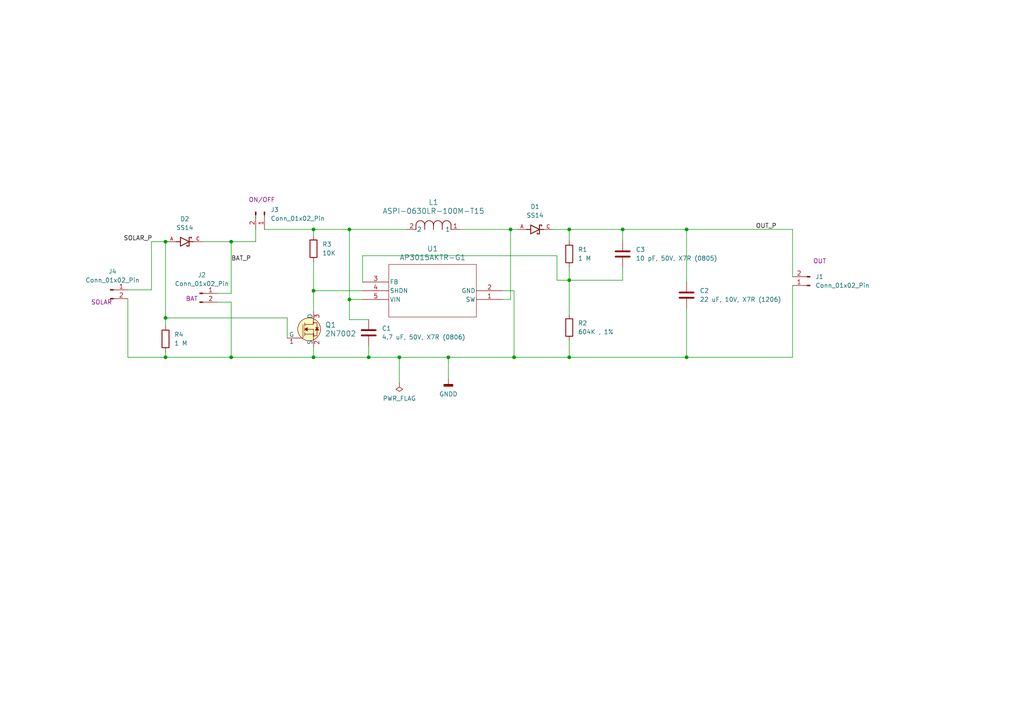
<source format=kicad_sch>
(kicad_sch (version 20231120) (generator "eeschema") (generator_version "8.0")
  (paper "A4")
  (title_block (title "Tiny Solar Supply") (date "2025-06-18") (rev "1.0") (company "Ved Namjoshi"))
  (lib_symbols
    (symbol "Connector:Conn_01x02_Pin" (pin_names (offset 1.016) hide)
      (property "Reference" "J" (at 0 2.54 0))
      (property "Value" "Conn_01x02_Pin" (at 0 -5.08 0))
      (symbol "Conn_01x02_Pin_1_1"
        (polyline (pts (xy 1.27 -2.54) (xy 0.8636 -2.54)) (stroke (width 0.1524)))
        (polyline (pts (xy 1.27 0) (xy 0.8636 0)) (stroke (width 0.1524)))
        (rectangle (start 0.8636 -2.413) (end 0 -2.667) (stroke (width 0.1524)) (fill (type outline)))
        (rectangle (start 0.8636 0.127) (end 0 -0.127) (stroke (width 0.1524)) (fill (type outline)))
        (pin passive line (at 5.08 0 180) (length 3.81) (name "Pin_1") (number "1"))
        (pin passive line (at 5.08 -2.54 180) (length 3.81) (name "Pin_2") (number "2"))
      )
    )
    (symbol "Device:C" (pin_numbers hide) (pin_names (offset 0.254))
      (property "Reference" "C" (at 0.635 2.54 0))
      (property "Value" "C" (at 0.635 -2.54 0))
      (symbol "C_0_1"
        (polyline (pts (xy -2.032 -0.762) (xy 2.032 -0.762)) (stroke (width 0.508)))
        (polyline (pts (xy -2.032 0.762) (xy 2.032 0.762)) (stroke (width 0.508)))
      )
      (symbol "C_1_1"
        (pin passive line (at 0 3.81 270) (length 2.794) (name "~") (number "1"))
        (pin passive line (at 0 -3.81 90) (length 2.794) (name "~") (number "2"))
      )
    )
    (symbol "Device:R" (pin_numbers hide) (pin_names (offset 0))
      (property "Reference" "R" (at 2.032 0 90))
      (property "Value" "R" (at 0 0 90))
      (symbol "R_0_1"
        (rectangle (start -1.016 -2.54) (end 1.016 2.54) (stroke (width 0.254)))
      )
      (symbol "R_1_1"
        (pin passive line (at 0 3.81 270) (length 1.27) (name "~") (number "1"))
        (pin passive line (at 0 -3.81 90) (length 1.27) (name "~") (number "2"))
      )
    )
    (symbol "SS14:SS14" (pin_names (offset 1.016))
      (property "Reference" "D" (at -5.08 2.54 0))
      (property "Value" "SS14" (at -5.08 -3.81 0))
      (symbol "SS14_0_0"
        (polyline (pts (xy -2.54 0) (xy -1.27 0)) (stroke (width 0.254)))
        (polyline (pts (xy -1.27 -1.27) (xy 1.27 0)) (stroke (width 0.254)))
        (polyline (pts (xy -1.27 0) (xy -1.27 -1.27)) (stroke (width 0.254)))
        (polyline (pts (xy -1.27 1.27) (xy -1.27 0)) (stroke (width 0.254)))
        (polyline (pts (xy 0.635 -1.016) (xy 0.635 -1.27)) (stroke (width 0.254)))
        (polyline (pts (xy 1.27 -1.27) (xy 0.635 -1.27)) (stroke (width 0.254)))
        (polyline (pts (xy 1.27 0) (xy -1.27 1.27)) (stroke (width 0.254)))
        (polyline (pts (xy 1.27 0) (xy 1.27 -1.27)) (stroke (width 0.254)))
        (polyline (pts (xy 1.27 1.27) (xy 1.27 0)) (stroke (width 0.254)))
        (polyline (pts (xy 1.905 1.27) (xy 1.27 1.27)) (stroke (width 0.254)))
        (polyline (pts (xy 1.905 1.27) (xy 1.905 1.016)) (stroke (width 0.254)))
        (polyline (pts (xy 2.54 0) (xy 1.27 0)) (stroke (width 0.254)))
        (pin passive line (at -5.08 0 0) (length 2.54) (name "~") (number "A"))
        (pin passive line (at 5.08 0 180) (length 2.54) (name "~") (number "C"))
      )
    )
    (symbol "aspi:ASPI-0630LR-100M-T15" (pin_names (offset 0.254))
      (property "Reference" "L" (at 6.985 5.08 0))
      (property "Value" "ASPI-0630LR-100M-T15" (at 6.985 -2.54 0))
      (symbol "ASPI-0630LR-100M-T15_1_1"
        (polyline (pts (xy 2.54 0) (xy 2.54 1.27)) (stroke (width 0.2032)))
        (polyline (pts (xy 5.08 0) (xy 5.08 1.27)) (stroke (width 0.2032)))
        (polyline (pts (xy 7.62 0) (xy 7.62 1.27)) (stroke (width 0.2032)))
        (polyline (pts (xy 10.16 0) (xy 10.16 1.27)) (stroke (width 0.2032)))
        (polyline (pts (xy 12.7 0) (xy 12.7 1.27)) (stroke (width 0.2032)))
        (arc (start 5.08 1.27) (mid 3.81 2.5344) (end 2.54 1.27) (stroke (width 0.2032)))
        (arc (start 7.62 1.27) (mid 6.35 2.5344) (end 5.08 1.27) (stroke (width 0.2032)))
        (arc (start 10.16 1.27) (mid 8.89 2.5344) (end 7.62 1.27) (stroke (width 0.2032)))
        (arc (start 12.7 1.27) (mid 11.43 2.5344) (end 10.16 1.27) (stroke (width 0.2032)))
        (pin unspecified line (at 15.24 0 180) (length 2.54) (name "1") (number "1"))
        (pin unspecified line (at 0 0 0) (length 2.54) (name "2") (number "2"))
      )
      (symbol "ASPI-0630LR-100M-T15_1_2"
        (arc (start -1.27 5.08) (mid -2.5344 3.81) (end -1.27 2.54) (stroke (width 0.2032)))
        (arc (start -1.27 7.62) (mid -2.5344 6.35) (end -1.27 5.08) (stroke (width 0.2032)))
        (arc (start -1.27 10.16) (mid -2.5344 8.89) (end -1.27 7.62) (stroke (width 0.2032)))
        (arc (start -1.27 12.7) (mid -2.5344 11.43) (end -1.27 10.16) (stroke (width 0.2032)))
        (polyline (pts (xy 0 2.54) (xy -1.27 2.54)) (stroke (width 0.2032)))
        (polyline (pts (xy 0 5.08) (xy -1.27 5.08)) (stroke (width 0.2032)))
        (polyline (pts (xy 0 7.62) (xy -1.27 7.62)) (stroke (width 0.2032)))
        (polyline (pts (xy 0 10.16) (xy -1.27 10.16)) (stroke (width 0.2032)))
        (polyline (pts (xy 0 12.7) (xy -1.27 12.7)) (stroke (width 0.2032)))
        (pin unspecified line (at 0 15.24 270) (length 2.54) (name "1") (number "1"))
        (pin unspecified line (at 0 0 90) (length 2.54) (name "2") (number "2"))
      )
    )
    (symbol "dk_Transistors-FETs-MOSFETs-Single:2N7002" (pin_names (offset 0))
      (property "Reference" "Q" (at -2.6924 3.6322 0))
      (property "Value" "2N7002" (at 3.4544 0 90))
      (symbol "2N7002_0_1"
        (circle (center -1.27 0) (radius 3.302) (fill (type background)))
        (circle (center 0 -1.905) (radius 0.127))
        (circle (center 0 -1.397) (radius 0.127))
        (polyline (pts (xy 0 -1.397) (xy -2.54 -1.397)))
        (polyline (pts (xy -5.08 -2.54) (xy -3.048 -2.54) (xy -3.048 1.397)))
        (polyline (pts (xy 0 -2.54) (xy 0 0) (xy -2.54 0)))
        (polyline (pts (xy 0 2.54) (xy 0 1.397) (xy -2.54 1.397)))
        (polyline (pts (xy -0.127 -1.905) (xy 1.016 -1.905) (xy 1.016 1.397) (xy 1.016 1.905) (xy -0.127 1.905)))
        (circle (center 0 1.905) (radius 0.127))
      )
      (symbol "2N7002_1_1"
        (polyline (pts (xy -2.54 -1.397) (xy -2.54 -1.905)))
        (polyline (pts (xy -2.54 -1.397) (xy -2.54 -0.889)))
        (polyline (pts (xy -2.54 0) (xy -2.54 -0.508)))
        (polyline (pts (xy -2.54 0) (xy -2.54 0.508)))
        (polyline (pts (xy -2.54 1.905) (xy -2.54 0.889)))
        (polyline (pts (xy 1.524 0.508) (xy 0.508 0.508)))
        (polyline (pts (xy -2.54 0) (xy -1.778 0.508) (xy -1.778 -0.508) (xy -2.54 0)) (fill (type outline)))
        (polyline (pts (xy 1.016 0.508) (xy 0.508 -0.254) (xy 1.524 -0.254) (xy 1.016 0.508)) (fill (type outline)))
        (pin bidirectional line (at -7.62 -2.54 0) (length 2.54) (name "G") (number "1"))
        (pin bidirectional line (at 0 -5.08 90) (length 2.54) (name "S") (number "2"))
        (pin bidirectional line (at 0 5.08 270) (length 2.54) (name "D") (number "3"))
      )
    )
    (symbol "ktr:AP3015AKTR-G1" (pin_names (offset 0.254))
      (property "Reference" "U" (at 20.32 10.16 0))
      (property "Value" "AP3015AKTR-G1" (at 20.32 7.62 0))
      (symbol "AP3015AKTR-G1_0_1"
        (polyline (pts (xy 7.62 -10.16) (xy 33.02 -10.16)) (stroke (width 0.127)))
        (polyline (pts (xy 7.62 5.08) (xy 7.62 -10.16)) (stroke (width 0.127)))
        (polyline (pts (xy 33.02 -10.16) (xy 33.02 5.08)) (stroke (width 0.127)))
        (polyline (pts (xy 33.02 5.08) (xy 7.62 5.08)) (stroke (width 0.127)))
        (pin unspecified line (at 0 0 0) (length 7.62) (name "SW") (number "1"))
        (pin power_out line (at 0 -2.54 0) (length 7.62) (name "GND") (number "2"))
        (pin unspecified line (at 40.64 -5.08 180) (length 7.62) (name "FB") (number "3"))
        (pin unspecified line (at 40.64 -2.54 180) (length 7.62) (name "SHDN") (number "4"))
        (pin unspecified line (at 40.64 0 180) (length 7.62) (name "VIN") (number "5"))
      )
    )
    (symbol "power:GNDD" (power) (pin_numbers hide) (pin_names (offset 0) hide)
      (property "Value" "GNDD" (at 0 -3.175 0))
      (symbol "GNDD_0_1"
        (rectangle (start -1.27 -1.524) (end 1.27 -2.032) (stroke (width 0.254)) (fill (type outline)))
        (polyline (pts (xy 0 0) (xy 0 -1.524)))
      )
      (symbol "GNDD_1_1"
        (pin power_in line (at 0 0 270) (length 0) (name "~") (number "1"))
      )
    )
    (symbol "power:PWR_FLAG" (power) (pin_numbers hide) (pin_names (offset 0) hide)
      (property "Value" "PWR_FLAG" (at 0 3.81 0))
      (symbol "PWR_FLAG_0_0"
        (pin power_out line (at 0 0 90) (length 0) (name "~") (number "1"))
      )
      (symbol "PWR_FLAG_0_1"
        (polyline (pts (xy 0 0) (xy 0 1.27) (xy -1.016 1.905) (xy 0 2.54) (xy 1.016 1.905) (xy 0 1.27)))
      )
    )
  )
  (junction (at 48.006 70.104))
  (junction (at 165.1 81.28))
  (junction (at 149.098 103.632))
  (junction (at 180.594 66.548))
  (junction (at 101.346 66.548))
  (junction (at 101.346 86.868))
  (junction (at 106.934 103.632))
  (junction (at 130.048 103.632))
  (junction (at 67.056 103.632))
  (junction (at 199.136 103.632))
  (junction (at 165.1 103.632))
  (junction (at 48.006 92.202))
  (junction (at 199.136 66.548))
  (junction (at 90.932 103.632))
  (junction (at 90.932 84.328))
  (junction (at 115.824 103.632))
  (junction (at 148.082 66.548))
  (junction (at 67.056 70.104))
  (junction (at 48.006 103.632))
  (junction (at 90.932 66.548))
  (junction (at 165.1 66.548))
  (wire (pts (xy 76.708 66.548) (xy 90.932 66.548)))
  (wire (pts (xy 67.056 103.632) (xy 90.932 103.632)))
  (wire (pts (xy 43.942 70.104) (xy 48.006 70.104)))
  (wire (pts (xy 180.594 66.548) (xy 199.136 66.548)))
  (wire (pts (xy 133.35 66.548) (xy 148.082 66.548)))
  (wire (pts (xy 90.932 66.548) (xy 101.346 66.548)))
  (wire (pts (xy 199.136 66.548) (xy 229.87 66.548)))
  (wire (pts (xy 105.156 74.168) (xy 161.544 74.168)))
  (wire (pts (xy 48.006 70.104) (xy 48.514 70.104)))
  (wire (pts (xy 90.932 84.328) (xy 105.156 84.328)))
  (wire (pts (xy 115.824 103.632) (xy 130.048 103.632)))
  (wire (pts (xy 67.056 87.63) (xy 67.056 103.632)))
  (wire (pts (xy 37.084 84.074) (xy 43.942 84.074)))
  (wire (pts (xy 101.346 92.71) (xy 101.346 86.868)))
  (wire (pts (xy 37.084 103.632) (xy 48.006 103.632)))
  (wire (pts (xy 43.942 84.074) (xy 43.942 70.104)))
  (wire (pts (xy 83.312 98.044) (xy 83.312 92.202)))
  (wire (pts (xy 48.006 70.104) (xy 48.006 92.202)))
  (wire (pts (xy 130.048 103.632) (xy 149.098 103.632)))
  (wire (pts (xy 62.992 87.63) (xy 67.056 87.63)))
  (wire (pts (xy 105.156 86.868) (xy 101.346 86.868)))
  (wire (pts (xy 180.594 77.47) (xy 180.594 81.28)))
  (wire (pts (xy 180.594 81.28) (xy 165.1 81.28)))
  (wire (pts (xy 145.796 84.328) (xy 149.098 84.328)))
  (wire (pts (xy 229.87 103.632) (xy 199.136 103.632)))
  (wire (pts (xy 165.1 98.806) (xy 165.1 103.632)))
  (wire (pts (xy 180.594 69.85) (xy 180.594 66.548)))
  (wire (pts (xy 58.674 70.104) (xy 67.056 70.104)))
  (wire (pts (xy 165.1 103.632) (xy 149.098 103.632)))
  (wire (pts (xy 165.1 77.47) (xy 165.1 81.28)))
  (wire (pts (xy 101.346 86.868) (xy 101.346 66.548)))
  (wire (pts (xy 106.934 92.71) (xy 101.346 92.71)))
  (wire (pts (xy 74.168 66.548) (xy 74.168 70.104)))
  (wire (pts (xy 161.544 81.28) (xy 165.1 81.28)))
  (wire (pts (xy 148.082 86.868) (xy 148.082 66.548)))
  (wire (pts (xy 148.082 66.548) (xy 150.114 66.548)))
  (wire (pts (xy 130.048 103.632) (xy 130.048 109.982)))
  (wire (pts (xy 199.136 81.788) (xy 199.136 66.548)))
  (wire (pts (xy 83.312 92.202) (xy 48.006 92.202)))
  (wire (pts (xy 48.006 102.108) (xy 48.006 103.632)))
  (wire (pts (xy 90.932 66.548) (xy 90.932 68.326)))
  (wire (pts (xy 145.796 86.868) (xy 148.082 86.868)))
  (wire (pts (xy 48.006 92.202) (xy 48.006 94.488)))
  (wire (pts (xy 229.87 82.804) (xy 229.87 103.632)))
  (wire (pts (xy 106.934 103.632) (xy 115.824 103.632)))
  (wire (pts (xy 165.1 81.28) (xy 165.1 91.186)))
  (wire (pts (xy 149.098 84.328) (xy 149.098 103.632)))
  (wire (pts (xy 67.056 70.104) (xy 67.056 85.09)))
  (wire (pts (xy 90.932 103.632) (xy 90.932 100.584)))
  (wire (pts (xy 161.544 74.168) (xy 161.544 81.28)))
  (wire (pts (xy 67.056 70.104) (xy 74.168 70.104)))
  (wire (pts (xy 115.824 103.632) (xy 115.824 110.998)))
  (wire (pts (xy 90.932 75.946) (xy 90.932 84.328)))
  (wire (pts (xy 229.87 80.264) (xy 229.87 66.548)))
  (wire (pts (xy 37.084 86.614) (xy 37.084 103.632)))
  (wire (pts (xy 106.934 100.33) (xy 106.934 103.632)))
  (wire (pts (xy 199.136 103.632) (xy 165.1 103.632)))
  (wire (pts (xy 165.1 69.85) (xy 165.1 66.548)))
  (wire (pts (xy 160.274 66.548) (xy 165.1 66.548)))
  (wire (pts (xy 199.136 89.408) (xy 199.136 103.632)))
  (wire (pts (xy 101.346 66.548) (xy 118.11 66.548)))
  (wire (pts (xy 48.006 103.632) (xy 67.056 103.632)))
  (wire (pts (xy 180.594 66.548) (xy 165.1 66.548)))
  (wire (pts (xy 105.156 81.788) (xy 105.156 74.168)))
  (wire (pts (xy 90.932 103.632) (xy 106.934 103.632)))
  (wire (pts (xy 90.932 84.328) (xy 90.932 90.424)))
  (wire (pts (xy 62.992 85.09) (xy 67.056 85.09)))
  (label "BAT_P" (at 67.056 75.946 0))
  (label "OUT_P" (at 219.202 66.548 0))
  (label "SOLAR_P" (at 44.196 70.104 180))
  (symbol (lib_id "Device:R") (at 48.006 98.298 0) (unit 1)
    (property "Reference" "R4" (at 50.546 97.0279 0) (effects (justify left)))
    (property "Value" "1 M" (at 50.546 99.5679 0) (effects (justify left)))
    (property "Footprint" "Resistor_SMD:R_0805_2012Metric" (effects (hide yes)))
    (property "Description" "Resistor" (effects (hide yes)))
  )
  (symbol (lib_id "Connector:Conn_01x02_Pin") (at 76.708 61.468 270) (unit 1)
    (property "Reference" "J3" (at 78.486 60.8329 90) (effects (justify left)))
    (property "Value" "Conn_01x02_Pin" (at 78.486 63.3729 90) (effects (justify left)))
    (property "Footprint" "Connector_PinHeader_2.54mm:PinHeader_1x02_P2.54mm_Vertical" (effects (hide yes)))
    (property "Description" "Generic connector, single row, 01x02, script generated" (effects (hide yes)))
    (property "Short Description" "ON/OFF" (at 75.946 57.912 90))
  )
  (symbol (lib_id "power:GNDD") (at 130.048 109.982 0) (unit 1)
    (property "Reference" "#PWR01" (effects (hide yes)))
    (property "Value" "GNDD" (at 130.048 114.3 0))
    (property "Description" "Power symbol creates a global label with name \"GNDD\" , digital ground" (effects (hide yes)))
  )
  (symbol (lib_id "Connector:Conn_01x02_Pin") (at 234.95 82.804 180) (unit 1)
    (property "Reference" "J1" (at 236.474 80.2639 0) (effects (justify right)))
    (property "Value" "Conn_01x02_Pin" (at 236.474 82.8039 0) (effects (justify right)))
    (property "Footprint" "Connector_PinHeader_2.54mm:PinHeader_1x02_P2.54mm_Vertical" (effects (hide yes)))
    (property "Description" "Generic connector, single row, 01x02, script generated" (effects (hide yes)))
    (property "Short Description" "OUT" (at 237.744 75.692 0))
  )
  (symbol (lib_id "Device:R") (at 165.1 94.996 0) (unit 1)
    (property "Reference" "R2" (at 167.64 93.7259 0) (effects (justify left)))
    (property "Value" "604K , 1%" (at 167.64 96.2659 0) (effects (justify left)))
    (property "Footprint" "Resistor_SMD:R_0805_2012Metric" (effects (hide yes)))
    (property "Description" "Resistor" (effects (hide yes)))
  )
  (symbol (lib_id "Device:R") (at 165.1 73.66 0) (unit 1)
    (property "Reference" "R1" (at 167.64 72.3899 0) (effects (justify left)))
    (property "Value" "1 M" (at 167.64 74.9299 0) (effects (justify left)))
    (property "Footprint" "Resistor_SMD:R_0805_2012Metric" (effects (hide yes)))
    (property "Description" "Resistor" (effects (hide yes)))
  )
  (symbol (lib_id "dk_Transistors-FETs-MOSFETs-Single:2N7002") (at 90.932 95.504 0) (unit 1)
    (property "Reference" "Q1" (at 94.234 94.2339 0) (effects (font (size 1.524 1.524)) (justify left)))
    (property "Value" "2N7002" (at 94.234 96.7739 0) (effects (font (size 1.524 1.524)) (justify left)))
    (property "Footprint" "digikey-footprints:SOT-23-3" (effects (hide yes)))
    (property "Datasheet" "https://www.onsemi.com/pub/Collateral/NDS7002A-D.PDF" (effects (hide yes)))
    (property "Description" "MOSFET N-CH 60V 115MA SOT-23" (effects (hide yes)))
    (property "Digi-Key_PN" "2N7002NCT-ND" (effects (hide yes)))
    (property "MPN" "2N7002" (effects (hide yes)))
    (property "Category" "Discrete Semiconductor Products" (effects (hide yes)))
    (property "Family" "Transistors - FETs, MOSFETs - Single" (effects (hide yes)))
    (property "DK_Datasheet_Link" "https://www.onsemi.com/pub/Collateral/NDS7002A-D.PDF" (effects (hide yes)))
    (property "DK_Detail_Page" "/product-detail/en/on-semiconductor/2N7002/2N7002NCT-ND/244664" (effects (hide yes)))
    (property "Description_1" "MOSFET N-CH 60V 115MA SOT-23" (effects (hide yes)))
    (property "Manufacturer" "ON Semiconductor" (effects (hide yes)))
    (property "Status" "Active" (effects (hide yes)))
  )
  (symbol (lib_id "Device:R") (at 90.932 72.136 0) (unit 1)
    (property "Reference" "R3" (at 93.472 70.8659 0) (effects (justify left)))
    (property "Value" "10K" (at 93.472 73.4059 0) (effects (justify left)))
    (property "Footprint" "Resistor_SMD:R_0805_2012Metric" (effects (hide yes)))
    (property "Description" "Resistor" (effects (hide yes)))
  )
  (symbol (lib_id "SS14:SS14") (at 53.594 70.104 0) (unit 1)
    (property "Reference" "D2" (at 53.594 63.5 0))
    (property "Value" "SS14" (at 53.594 66.04 0))
    (property "Footprint" "SS14:DIOM4325X250N" (effects (hide yes)))
    (property "MF" "Taiwan Semiconductor" (effects (hide yes)))
    (property "MAXIMUM_PACKAGE_HEIGHT" "2.5 mm" (effects (hide yes)))
    (property "Package" "SMA-2 Taiwan Semiconductor" (effects (hide yes)))
    (property "Price" "None" (effects (hide yes)))
    (property "Check_prices" "https://www.snapeda.com/parts/SS14/taiwan/view-part/?ref=eda" (effects (hide yes)))
    (property "STANDARD" "IPC-7351B" (effects (hide yes)))
    (property "PARTREV" "O2102" (effects (hide yes)))
    (property "SnapEDA_Link" "https://www.snapeda.com/parts/SS14/taiwan/view-part/?ref=snap" (effects (hide yes)))
    (property "MP" "SS14" (effects (hide yes)))
    (property "Description_1" "\n                        \n                            1A, 40V, Schottky Rectifier\n                        \n" (effects (hide yes)))
    (property "Availability" "In Stock" (effects (hide yes)))
    (property "MANUFACTURER" "Taiwan Semiconductor" (effects (hide yes)))
  )
  (symbol (lib_id "Device:C") (at 199.136 85.598 0) (unit 1)
    (property "Reference" "C2" (at 202.946 84.3279 0) (effects (justify left)))
    (property "Value" "22 uF, 10V, X7R (1206)" (at 202.946 86.8679 0) (effects (justify left)))
    (property "Footprint" "Capacitor_SMD:C_1206_3216Metric" (effects (hide yes)))
    (property "Description" "Unpolarized capacitor" (effects (hide yes)))
  )
  (symbol (lib_id "power:PWR_FLAG") (at 115.824 110.998 180) (unit 1)
    (property "Reference" "#FLG01" (effects (hide yes)))
    (property "Value" "PWR_FLAG" (at 115.824 115.57 0))
    (property "Description" "Special symbol for telling ERC where power comes from" (effects (hide yes)))
  )
  (symbol (lib_id "ktr:AP3015AKTR-G1") (at 145.796 86.868 180) (unit 1)
    (property "Reference" "U1" (at 125.476 72.136 0) (effects (font (size 1.524 1.524))))
    (property "Value" "AP3015AKTR-G1" (at 125.476 74.676 0) (effects (font (size 1.524 1.524))))
    (property "Footprint" "ktr:SOT23-5_1P55X2P9_DIO" (effects (hide yes)))
    (property "Datasheet" "AP3015AKTR-G1" (effects (hide yes)))
  )
  (symbol (lib_id "aspi:ASPI-0630LR-100M-T15") (at 118.11 66.548 0) (unit 1)
    (property "Reference" "L1" (at 125.73 58.674 0) (effects (font (size 1.524 1.524))))
    (property "Value" "ASPI-0630LR-100M-T15" (at 125.73 61.214 0) (effects (font (size 1.524 1.524))))
    (property "Footprint" "aspi:IND_ASPI-0630LR_ABR" (effects (hide yes)))
    (property "Datasheet" "ASPI-0630LR-100M-T15" (effects (hide yes)))
  )
  (symbol (lib_id "Connector:Conn_01x02_Pin") (at 32.004 84.074 0) (unit 1)
    (property "Reference" "J4" (at 32.639 78.74 0))
    (property "Value" "Conn_01x02_Pin" (at 32.639 81.28 0))
    (property "Footprint" "Connector_PinHeader_2.54mm:PinHeader_1x02_P2.54mm_Horizontal" (effects (hide yes)))
    (property "Description" "Generic connector, single row, 01x02, script generated" (effects (hide yes)))
    (property "Short Description" "SOLAR" (at 29.464 87.63 0))
  )
  (symbol (lib_id "SS14:SS14") (at 155.194 66.548 0) (unit 1)
    (property "Reference" "D1" (at 155.194 59.944 0))
    (property "Value" "SS14" (at 155.194 62.484 0))
    (property "Footprint" "SS14:DIOM4325X250N" (effects (hide yes)))
    (property "MF" "Taiwan Semiconductor" (effects (hide yes)))
    (property "MAXIMUM_PACKAGE_HEIGHT" "2.5 mm" (effects (hide yes)))
    (property "Package" "SMA-2 Taiwan Semiconductor" (effects (hide yes)))
    (property "Price" "None" (effects (hide yes)))
    (property "Check_prices" "https://www.snapeda.com/parts/SS14/taiwan/view-part/?ref=eda" (effects (hide yes)))
    (property "STANDARD" "IPC-7351B" (effects (hide yes)))
    (property "PARTREV" "O2102" (effects (hide yes)))
    (property "SnapEDA_Link" "https://www.snapeda.com/parts/SS14/taiwan/view-part/?ref=snap" (effects (hide yes)))
    (property "MP" "SS14" (effects (hide yes)))
    (property "Description_1" "\n                        \n                            1A, 40V, Schottky Rectifier\n                        \n" (effects (hide yes)))
    (property "Availability" "In Stock" (effects (hide yes)))
    (property "MANUFACTURER" "Taiwan Semiconductor" (effects (hide yes)))
  )
  (symbol (lib_id "Device:C") (at 180.594 73.66 0) (unit 1)
    (property "Reference" "C3" (at 184.404 72.3899 0) (effects (justify left)))
    (property "Value" "10 pF, 50V, X7R (0805)" (at 184.404 74.9299 0) (effects (justify left)))
    (property "Footprint" "Capacitor_SMD:C_0805_2012Metric" (effects (hide yes)))
    (property "Description" "Unpolarized capacitor" (effects (hide yes)))
  )
  (symbol (lib_id "Connector:Conn_01x02_Pin") (at 57.912 85.09 0) (unit 1)
    (property "Reference" "J2" (at 58.547 79.756 0))
    (property "Value" "Conn_01x02_Pin" (at 58.547 82.296 0))
    (property "Footprint" "Connector_PinHeader_2.54mm:PinHeader_1x02_P2.54mm_Vertical" (effects (hide yes)))
    (property "Description" "Generic connector, single row, 01x02, script generated" (effects (hide yes)))
    (property "Short Description" "BAT" (at 55.626 86.614 0))
  )
  (symbol (lib_id "Device:C") (at 106.934 96.52 0) (unit 1)
    (property "Reference" "C1" (at 110.744 95.2499 0) (effects (justify left)))
    (property "Value" "4.7 uF, 50V, X7R (0806)" (at 110.744 97.7899 0) (effects (justify left)))
    (property "Footprint" "Capacitor_SMD:C_0805_2012Metric" (effects (hide yes)))
    (property "Description" "Unpolarized capacitor" (effects (hide yes)))
  )
)
</source>
